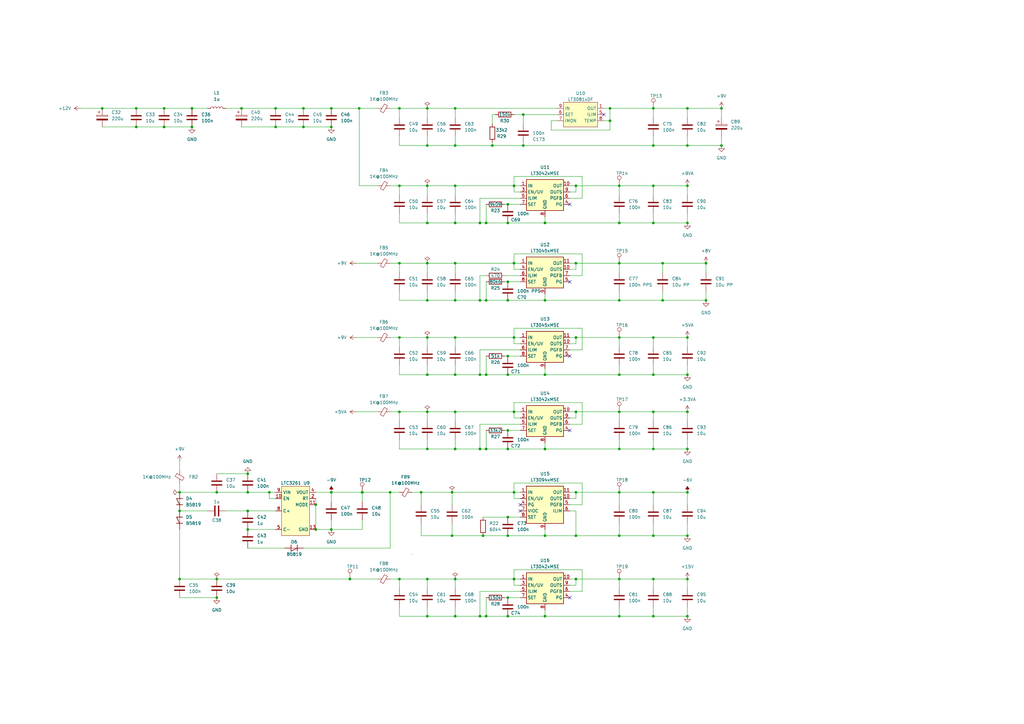
<source format=kicad_sch>
(kicad_sch (version 20211123) (generator eeschema)
  (paper "A3")
  (title_block (title "Kirdy") (date "2022-07-03") (rev "r0.1") (company "M-Labs") (comment 1 "Alex Wong Tat Hang"))
  (junction (at 175.26 237.49))
  (junction (at 223.52 184.15))
  (junction (at 236.22 76.2))
  (junction (at 210.82 201.93))
  (junction (at 78.74 44.45))
  (junction (at 210.82 76.2))
  (junction (at 236.22 168.91))
  (junction (at 185.42 219.71))
  (junction (at 101.6 217.17))
  (junction (at 254 184.15))
  (junction (at 208.28 245.11))
  (junction (at 185.42 201.93))
  (junction (at 208.28 176.53))
  (junction (at 135.89 217.17))
  (junction (at 147.32 44.45))
  (junction (at 210.82 138.43))
  (junction (at 254 91.44))
  (junction (at 143.51 237.49))
  (junction (at 148.556 201.93))
  (junction (at 250.19 49.53))
  (junction (at 208.28 252.73))
  (junction (at 196.85 184.15))
  (junction (at 88.9 237.49))
  (junction (at 199.39 252.73))
  (junction (at 186.69 138.43))
  (junction (at 208.28 184.15))
  (junction (at 78.74 52.07))
  (junction (at 267.97 44.45))
  (junction (at 267.97 76.2))
  (junction (at 199.39 153.67))
  (junction (at 254 237.49))
  (junction (at 163.83 76.2))
  (junction (at 289.56 107.95))
  (junction (at 210.82 107.95))
  (junction (at 99.06 44.45))
  (junction (at 67.31 52.07))
  (junction (at 175.26 59.69))
  (junction (at 267.97 201.93))
  (junction (at 113.03 52.07))
  (junction (at 175.26 153.67))
  (junction (at 175.26 91.44))
  (junction (at 41.91 44.45))
  (junction (at 281.94 138.43))
  (junction (at 267.97 138.43))
  (junction (at 175.26 107.95))
  (junction (at 196.85 91.44))
  (junction (at 199.39 123.19))
  (junction (at 267.97 252.73))
  (junction (at 281.94 237.49))
  (junction (at 186.69 252.73))
  (junction (at 208.28 123.19))
  (junction (at 254 219.71))
  (junction (at 148.59 201.93))
  (junction (at 223.52 153.67))
  (junction (at 223.52 91.44))
  (junction (at 250.19 44.45))
  (junction (at 101.6 209.55))
  (junction (at 281.94 76.2))
  (junction (at 281.94 201.93))
  (junction (at 281.94 168.91))
  (junction (at 186.69 107.95))
  (junction (at 289.56 123.19))
  (junction (at 295.91 44.45))
  (junction (at 186.69 237.49))
  (junction (at 186.69 184.15))
  (junction (at 163.83 168.91))
  (junction (at 236.22 219.71))
  (junction (at 214.63 59.69))
  (junction (at 254 168.91))
  (junction (at 281.94 252.73))
  (junction (at 223.52 123.19))
  (junction (at 186.69 76.2))
  (junction (at 198.12 219.71))
  (junction (at 281.94 184.15))
  (junction (at 281.94 44.45))
  (junction (at 135.89 201.93))
  (junction (at 186.69 91.44))
  (junction (at 267.97 168.91))
  (junction (at 175.26 168.91))
  (junction (at 281.94 219.71))
  (junction (at 160.02 201.93))
  (junction (at 186.69 59.69))
  (junction (at 208.28 83.82))
  (junction (at 135.89 52.07))
  (junction (at 236.22 201.93))
  (junction (at 113.03 44.45))
  (junction (at 254 153.67))
  (junction (at 254 138.43))
  (junction (at 210.82 168.91))
  (junction (at 281.94 91.44))
  (junction (at 267.97 59.69))
  (junction (at 267.97 184.15))
  (junction (at 271.78 123.19))
  (junction (at 254 76.2))
  (junction (at 101.6 201.93))
  (junction (at 163.83 138.43))
  (junction (at 186.69 123.19))
  (junction (at 175.26 252.73))
  (junction (at 135.89 44.45))
  (junction (at 196.85 123.19))
  (junction (at 208.28 91.44))
  (junction (at 172.72 201.93))
  (junction (at 208.28 153.67))
  (junction (at 73.66 209.55))
  (junction (at 201.93 59.69))
  (junction (at 267.97 237.49))
  (junction (at 208.28 212.09))
  (junction (at 196.85 252.73))
  (junction (at 124.46 52.07))
  (junction (at 175.26 184.15))
  (junction (at 163.83 107.95))
  (junction (at 186.69 153.67))
  (junction (at 88.9 201.93))
  (junction (at 254 201.93))
  (junction (at 110.49 201.93))
  (junction (at 208.28 115.57))
  (junction (at 236.22 107.95))
  (junction (at 267.97 219.71))
  (junction (at 208.28 146.05))
  (junction (at 223.52 252.73))
  (junction (at 73.66 201.93))
  (junction (at 175.26 123.19))
  (junction (at 295.91 59.69))
  (junction (at 281.94 59.69))
  (junction (at 55.88 52.07))
  (junction (at 236.22 237.49))
  (junction (at 281.94 153.67))
  (junction (at 223.52 219.71))
  (junction (at 208.28 219.71))
  (junction (at 214.63 46.99))
  (junction (at 271.78 107.95))
  (junction (at 175.26 76.2))
  (junction (at 175.26 138.43))
  (junction (at 163.83 44.45))
  (junction (at 199.39 184.15))
  (junction (at 101.6 194.31))
  (junction (at 88.9 245.11))
  (junction (at 267.97 91.44))
  (junction (at 254 123.19))
  (junction (at 175.26 44.45))
  (junction (at 210.82 237.49))
  (junction (at 254 252.73))
  (junction (at 73.66 237.49))
  (junction (at 163.83 237.49))
  (junction (at 186.69 168.91))
  (junction (at 129.54 207.01))
  (junction (at 67.31 44.45))
  (junction (at 267.97 153.67))
  (junction (at 124.46 44.45))
  (junction (at 55.88 44.45))
  (junction (at 186.69 44.45))
  (junction (at 254 107.95))
  (junction (at 129.54 217.17))
  (junction (at 236.22 138.43))
  (junction (at 199.39 91.44))
  (junction (at 196.85 153.67))
  (no_connect (at 233.68 115.57))
  (no_connect (at 233.68 176.53))
  (no_connect (at 233.68 245.11))
  (no_connect (at 247.65 46.99))
  (no_connect (at 213.36 209.55))
  (no_connect (at 213.36 207.01))
  (no_connect (at 233.68 83.82))
  (no_connect (at 233.68 146.05))
  (wire (pts (xy 88.9 201.93) (xy 101.6 201.93)))
  (wire (pts (xy 207.01 176.53) (xy 208.28 176.53)))
  (wire (pts (xy 267.97 214.63) (xy 267.97 219.71)))
  (wire (pts (xy 267.97 153.67) (xy 267.97 149.86)))
  (wire (pts (xy 196.85 81.28) (xy 196.85 91.44)))
  (wire (pts (xy 175.26 241.3) (xy 175.26 237.49)))
  (wire (pts (xy 160.02 237.49) (xy 163.83 237.49)))
  (wire (pts (xy 254 237.49) (xy 254 241.3)))
  (wire (pts (xy 233.68 140.97) (xy 236.22 140.97)))
  (wire (pts (xy 148.59 201.93) (xy 148.59 205.74)))
  (wire (pts (xy 281.94 252.73) (xy 281.94 248.92)))
  (wire (pts (xy 254 107.95) (xy 254 111.76)))
  (wire (pts (xy 135.89 213.36) (xy 135.89 217.17)))
  (wire (pts (xy 163.83 252.73) (xy 163.83 248.92)))
  (wire (pts (xy 208.28 176.53) (xy 213.36 176.53)))
  (wire (pts (xy 124.46 44.45) (xy 135.89 44.45)))
  (wire (pts (xy 135.89 217.17) (xy 129.54 217.17)))
  (wire (pts (xy 201.93 58.42) (xy 201.93 59.69)))
  (wire (pts (xy 196.85 91.44) (xy 199.39 91.44)))
  (wire (pts (xy 271.78 107.95) (xy 271.78 111.76)))
  (wire (pts (xy 267.97 252.73) (xy 281.94 252.73)))
  (wire (pts (xy 160.02 107.95) (xy 163.83 107.95)))
  (wire (pts (xy 186.69 172.72) (xy 186.69 168.91)))
  (wire (pts (xy 196.85 113.03) (xy 199.39 113.03)))
  (wire (pts (xy 236.22 219.71) (xy 223.52 219.71)))
  (wire (pts (xy 175.26 123.19) (xy 186.69 123.19)))
  (wire (pts (xy 175.26 252.73) (xy 175.26 248.92)))
  (wire (pts (xy 186.69 123.19) (xy 196.85 123.19)))
  (wire (pts (xy 185.42 219.71) (xy 198.12 219.71)))
  (wire (pts (xy 201.93 50.8) (xy 201.93 46.99)))
  (wire (pts (xy 267.97 153.67) (xy 281.94 153.67)))
  (wire (pts (xy 207.01 115.57) (xy 208.28 115.57)))
  (wire (pts (xy 175.26 123.19) (xy 175.26 119.38)))
  (wire (pts (xy 210.82 76.2) (xy 213.36 76.2)))
  (wire (pts (xy 163.83 59.69) (xy 175.26 59.69)))
  (wire (pts (xy 210.82 237.49) (xy 213.36 237.49)))
  (wire (pts (xy 254 219.71) (xy 254 214.63)))
  (wire (pts (xy 199.39 184.15) (xy 208.28 184.15)))
  (wire (pts (xy 129.54 201.93) (xy 135.89 201.93)))
  (wire (pts (xy 175.26 142.24) (xy 175.26 138.43)))
  (wire (pts (xy 199.39 252.73) (xy 208.28 252.73)))
  (wire (pts (xy 186.69 80.01) (xy 186.69 76.2)))
  (wire (pts (xy 199.39 245.11) (xy 199.39 252.73)))
  (wire (pts (xy 172.72 214.63) (xy 172.72 219.71)))
  (wire (pts (xy 92.71 209.55) (xy 101.6 209.55)))
  (wire (pts (xy 208.28 184.15) (xy 223.52 184.15)))
  (wire (pts (xy 175.26 184.15) (xy 186.69 184.15)))
  (wire (pts (xy 208.28 91.44) (xy 223.52 91.44)))
  (wire (pts (xy 213.36 204.47) (xy 210.82 204.47)))
  (wire (pts (xy 135.89 44.45) (xy 147.32 44.45)))
  (wire (pts (xy 254 219.71) (xy 267.97 219.71)))
  (wire (pts (xy 208.28 115.57) (xy 213.36 115.57)))
  (wire (pts (xy 163.83 252.73) (xy 175.26 252.73)))
  (wire (pts (xy 185.42 201.93) (xy 210.82 201.93)))
  (wire (pts (xy 186.69 168.91) (xy 210.82 168.91)))
  (wire (pts (xy 199.39 115.57) (xy 199.39 123.19)))
  (wire (pts (xy 175.26 76.2) (xy 186.69 76.2)))
  (wire (pts (xy 186.69 91.44) (xy 186.69 87.63)))
  (wire (pts (xy 199.39 146.05) (xy 199.39 153.67)))
  (wire (pts (xy 254 153.67) (xy 254 149.86)))
  (wire (pts (xy 238.76 134.62) (xy 210.82 134.62)))
  (wire (pts (xy 199.39 153.67) (xy 208.28 153.67)))
  (wire (pts (xy 172.72 219.71) (xy 185.42 219.71)))
  (wire (pts (xy 223.52 91.44) (xy 254 91.44)))
  (wire (pts (xy 236.22 240.03) (xy 236.22 237.49)))
  (wire (pts (xy 101.6 224.79) (xy 116.84 224.79)))
  (wire (pts (xy 198.12 219.71) (xy 208.28 219.71)))
  (wire (pts (xy 254 184.15) (xy 254 180.34)))
  (wire (pts (xy 210.82 140.97) (xy 210.82 138.43)))
  (wire (pts (xy 55.88 52.07) (xy 67.31 52.07)))
  (wire (pts (xy 196.85 81.28) (xy 213.36 81.28)))
  (wire (pts (xy 148.556 201.93) (xy 148.59 201.93)))
  (wire (pts (xy 281.94 59.69) (xy 267.97 59.69)))
  (wire (pts (xy 226.06 49.53) (xy 228.6 49.53)))
  (wire (pts (xy 213.36 110.49) (xy 210.82 110.49)))
  (wire (pts (xy 254 107.95) (xy 271.78 107.95)))
  (wire (pts (xy 267.97 91.44) (xy 267.97 87.63)))
  (wire (pts (xy 223.52 250.19) (xy 223.52 252.73)))
  (wire (pts (xy 254 123.19) (xy 254 119.38)))
  (wire (pts (xy 254 201.93) (xy 267.97 201.93)))
  (wire (pts (xy 186.69 44.45) (xy 228.6 44.45)))
  (wire (pts (xy 196.85 173.99) (xy 213.36 173.99)))
  (wire (pts (xy 175.26 184.15) (xy 175.26 180.34)))
  (wire (pts (xy 233.68 113.03) (xy 238.76 113.03)))
  (wire (pts (xy 210.82 107.95) (xy 213.36 107.95)))
  (wire (pts (xy 186.69 241.3) (xy 186.69 237.49)))
  (wire (pts (xy 254 237.49) (xy 267.97 237.49)))
  (wire (pts (xy 146.05 168.91) (xy 154.94 168.91)))
  (wire (pts (xy 236.22 237.49) (xy 254 237.49)))
  (wire (pts (xy 210.82 201.93) (xy 213.36 201.93)))
  (wire (pts (xy 250.19 44.45) (xy 250.19 49.53)))
  (wire (pts (xy 207.01 245.11) (xy 208.28 245.11)))
  (wire (pts (xy 210.82 78.74) (xy 210.82 76.2)))
  (wire (pts (xy 196.85 252.73) (xy 199.39 252.73)))
  (wire (pts (xy 186.69 153.67) (xy 196.85 153.67)))
  (wire (pts (xy 236.22 219.71) (xy 254 219.71)))
  (wire (pts (xy 210.82 138.43) (xy 213.36 138.43)))
  (wire (pts (xy 73.66 198.12) (xy 73.66 201.93)))
  (wire (pts (xy 238.76 173.99) (xy 238.76 165.1)))
  (wire (pts (xy 175.26 172.72) (xy 175.26 168.91)))
  (wire (pts (xy 113.03 52.07) (xy 124.46 52.07)))
  (wire (pts (xy 73.66 237.49) (xy 73.66 217.17)))
  (wire (pts (xy 238.76 165.1) (xy 210.82 165.1)))
  (wire (pts (xy 208.28 123.19) (xy 223.52 123.19)))
  (wire (pts (xy 113.03 44.45) (xy 124.46 44.45)))
  (wire (pts (xy 281.94 76.2) (xy 281.94 80.01)))
  (wire (pts (xy 163.83 172.72) (xy 163.83 168.91)))
  (wire (pts (xy 281.94 184.15) (xy 281.94 180.34)))
  (wire (pts (xy 201.93 46.99) (xy 203.2 46.99)))
  (wire (pts (xy 238.76 104.14) (xy 210.82 104.14)))
  (wire (pts (xy 210.82 240.03) (xy 210.82 237.49)))
  (wire (pts (xy 281.94 168.91) (xy 281.94 172.72)))
  (wire (pts (xy 163.83 107.95) (xy 175.26 107.95)))
  (wire (pts (xy 233.68 143.51) (xy 238.76 143.51)))
  (wire (pts (xy 267.97 48.26) (xy 267.97 44.45)))
  (wire (pts (xy 196.85 113.03) (xy 196.85 123.19)))
  (wire (pts (xy 236.22 201.93) (xy 254 201.93)))
  (wire (pts (xy 73.66 237.49) (xy 88.9 237.49)))
  (wire (pts (xy 175.26 168.91) (xy 186.69 168.91)))
  (wire (pts (xy 233.68 240.03) (xy 236.22 240.03)))
  (wire (pts (xy 201.93 59.69) (xy 214.63 59.69)))
  (wire (pts (xy 175.26 44.45) (xy 186.69 44.45)))
  (wire (pts (xy 160.02 44.45) (xy 163.83 44.45)))
  (wire (pts (xy 124.46 52.07) (xy 135.89 52.07)))
  (wire (pts (xy 236.22 138.43) (xy 254 138.43)))
  (wire (pts (xy 110.49 201.93) (xy 113.03 201.93)))
  (wire (pts (xy 233.68 173.99) (xy 238.76 173.99)))
  (wire (pts (xy 210.82 134.62) (xy 210.82 138.43)))
  (wire (pts (xy 267.97 76.2) (xy 267.97 80.01)))
  (wire (pts (xy 267.97 138.43) (xy 281.94 138.43)))
  (wire (pts (xy 267.97 44.45) (xy 281.94 44.45)))
  (wire (pts (xy 254 91.44) (xy 267.97 91.44)))
  (wire (pts (xy 271.78 123.19) (xy 271.78 119.38)))
  (wire (pts (xy 214.63 46.99) (xy 228.6 46.99)))
  (wire (pts (xy 238.76 113.03) (xy 238.76 104.14)))
  (wire (pts (xy 223.52 151.13) (xy 223.52 153.67)))
  (wire (pts (xy 233.68 138.43) (xy 236.22 138.43)))
  (wire (pts (xy 163.83 59.69) (xy 163.83 55.88)))
  (wire (pts (xy 233.68 81.28) (xy 238.76 81.28)))
  (wire (pts (xy 196.85 153.67) (xy 199.39 153.67)))
  (wire (pts (xy 163.83 123.19) (xy 175.26 123.19)))
  (wire (pts (xy 223.52 181.61) (xy 223.52 184.15)))
  (wire (pts (xy 113.03 204.47) (xy 110.49 204.47)))
  (wire (pts (xy 73.66 245.11) (xy 88.9 245.11)))
  (wire (pts (xy 186.69 59.69) (xy 201.93 59.69)))
  (wire (pts (xy 88.9 237.49) (xy 143.51 237.49)))
  (wire (pts (xy 186.69 153.67) (xy 186.69 149.86)))
  (wire (pts (xy 186.69 123.19) (xy 186.69 119.38)))
  (wire (pts (xy 233.68 76.2) (xy 236.22 76.2)))
  (wire (pts (xy 185.42 214.63) (xy 185.42 219.71)))
  (wire (pts (xy 208.28 252.73) (xy 223.52 252.73)))
  (wire (pts (xy 175.26 252.73) (xy 186.69 252.73)))
  (wire (pts (xy 168.91 201.93) (xy 172.72 201.93)))
  (wire (pts (xy 186.69 48.26) (xy 186.69 44.45)))
  (wire (pts (xy 135.89 201.93) (xy 148.556 201.93)))
  (wire (pts (xy 281.94 44.45) (xy 295.91 44.45)))
  (wire (pts (xy 199.39 176.53) (xy 199.39 184.15)))
  (wire (pts (xy 254 168.91) (xy 254 172.72)))
  (wire (pts (xy 254 201.93) (xy 254 207.01)))
  (wire (pts (xy 185.42 201.93) (xy 185.42 207.01)))
  (wire (pts (xy 135.89 201.93) (xy 135.89 205.74)))
  (wire (pts (xy 213.36 78.74) (xy 210.82 78.74)))
  (wire (pts (xy 281.94 48.26) (xy 281.94 44.45)))
  (wire (pts (xy 163.83 237.49) (xy 175.26 237.49)))
  (wire (pts (xy 196.85 143.51) (xy 213.36 143.51)))
  (wire (pts (xy 186.69 252.73) (xy 186.69 248.92)))
  (wire (pts (xy 175.26 153.67) (xy 175.26 149.86)))
  (wire (pts (xy 233.68 168.91) (xy 236.22 168.91)))
  (wire (pts (xy 226.06 49.53) (xy 226.06 53.34)))
  (wire (pts (xy 186.69 138.43) (xy 210.82 138.43)))
  (wire (pts (xy 250.19 49.53) (xy 247.65 49.53)))
  (wire (pts (xy 254 123.19) (xy 271.78 123.19)))
  (wire (pts (xy 233.68 171.45) (xy 236.22 171.45)))
  (wire (pts (xy 254 91.44) (xy 254 87.63)))
  (wire (pts (xy 238.76 81.28) (xy 238.76 72.39)))
  (wire (pts (xy 214.63 46.99) (xy 214.63 50.8)))
  (wire (pts (xy 213.36 240.03) (xy 210.82 240.03)))
  (wire (pts (xy 236.22 209.55) (xy 236.22 219.71)))
  (wire (pts (xy 163.83 80.01) (xy 163.83 76.2)))
  (wire (pts (xy 223.52 123.19) (xy 254 123.19)))
  (wire (pts (xy 254 153.67) (xy 267.97 153.67)))
  (wire (pts (xy 101.6 217.17) (xy 113.03 217.17)))
  (wire (pts (xy 163.83 241.3) (xy 163.83 237.49)))
  (wire (pts (xy 233.68 242.57) (xy 238.76 242.57)))
  (wire (pts (xy 236.22 168.91) (xy 254 168.91)))
  (wire (pts (xy 223.52 219.71) (xy 223.52 217.17)))
  (wire (pts (xy 160.02 224.79) (xy 160.02 201.93)))
  (wire (pts (xy 163.83 48.26) (xy 163.83 44.45)))
  (wire (pts (xy 250.19 53.34) (xy 250.19 49.53)))
  (wire (pts (xy 78.74 44.45) (xy 85.09 44.45)))
  (wire (pts (xy 214.63 58.42) (xy 214.63 59.69)))
  (wire (pts (xy 267.97 201.93) (xy 281.94 201.93)))
  (wire (pts (xy 148.59 217.17) (xy 135.89 217.17)))
  (wire (pts (xy 92.71 44.45) (xy 99.06 44.45)))
  (wire (pts (xy 295.91 44.45) (xy 295.91 48.26)))
  (wire (pts (xy 175.26 48.26) (xy 175.26 44.45)))
  (wire (pts (xy 163.83 153.67) (xy 175.26 153.67)))
  (wire (pts (xy 175.26 153.67) (xy 186.69 153.67)))
  (wire (pts (xy 160.02 201.93) (xy 163.83 201.93)))
  (wire (pts (xy 267.97 237.49) (xy 281.94 237.49)))
  (wire (pts (xy 175.26 111.76) (xy 175.26 107.95)))
  (wire (pts (xy 110.49 204.47) (xy 110.49 201.93)))
  (wire (pts (xy 175.26 59.69) (xy 175.26 55.88)))
  (wire (pts (xy 210.82 168.91) (xy 213.36 168.91)))
  (wire (pts (xy 267.97 201.93) (xy 267.97 207.01)))
  (wire (pts (xy 198.12 212.09) (xy 208.28 212.09)))
  (wire (pts (xy 254 252.73) (xy 254 248.92)))
  (wire (pts (xy 233.68 78.74) (xy 236.22 78.74)))
  (wire (pts (xy 172.72 201.93) (xy 172.72 207.01)))
  (wire (pts (xy 210.82 110.49) (xy 210.82 107.95)))
  (wire (pts (xy 33.02 44.45) (xy 41.91 44.45)))
  (wire (pts (xy 238.76 72.39) (xy 210.82 72.39)))
  (wire (pts (xy 199.39 123.19) (xy 208.28 123.19)))
  (wire (pts (xy 254 252.73) (xy 267.97 252.73)))
  (wire (pts (xy 236.22 107.95) (xy 254 107.95)))
  (wire (pts (xy 236.22 140.97) (xy 236.22 138.43)))
  (wire (pts (xy 129.54 207.01) (xy 129.54 217.17)))
  (wire (pts (xy 267.97 252.73) (xy 267.97 248.92)))
  (wire (pts (xy 233.68 110.49) (xy 236.22 110.49)))
  (wire (pts (xy 41.91 44.45) (xy 55.88 44.45)))
  (wire (pts (xy 186.69 59.69) (xy 186.69 55.88)))
  (wire (pts (xy 163.83 76.2) (xy 175.26 76.2)))
  (wire (pts (xy 154.94 76.2) (xy 147.32 76.2)))
  (wire (pts (xy 267.97 55.88) (xy 267.97 59.69)))
  (wire (pts (xy 163.83 153.67) (xy 163.83 149.86)))
  (wire (pts (xy 271.78 123.19) (xy 289.56 123.19)))
  (wire (pts (xy 175.26 107.95) (xy 186.69 107.95)))
  (wire (pts (xy 196.85 242.57) (xy 196.85 252.73)))
  (wire (pts (xy 267.97 91.44) (xy 281.94 91.44)))
  (wire (pts (xy 73.66 209.55) (xy 85.09 209.55)))
  (wire (pts (xy 186.69 237.49) (xy 210.82 237.49)))
  (wire (pts (xy 101.6 201.93) (xy 110.49 201.93)))
  (wire (pts (xy 99.06 44.45) (xy 113.03 44.45)))
  (wire (pts (xy 186.69 184.15) (xy 186.69 180.34)))
  (wire (pts (xy 236.22 110.49) (xy 236.22 107.95)))
  (wire (pts (xy 73.66 189.23) (xy 73.66 193.04)))
  (wire (pts (xy 210.82 46.99) (xy 214.63 46.99)))
  (wire (pts (xy 147.32 44.45) (xy 147.32 76.2)))
  (wire (pts (xy 146.05 107.95) (xy 154.94 107.95)))
  (wire (pts (xy 175.26 91.44) (xy 186.69 91.44)))
  (wire (pts (xy 233.68 107.95) (xy 236.22 107.95)))
  (wire (pts (xy 210.82 72.39) (xy 210.82 76.2)))
  (wire (pts (xy 254 76.2) (xy 267.97 76.2)))
  (wire (pts (xy 233.68 237.49) (xy 236.22 237.49)))
  (wire (pts (xy 196.85 123.19) (xy 199.39 123.19)))
  (wire (pts (xy 238.76 198.12) (xy 210.82 198.12)))
  (wire (pts (xy 247.65 44.45) (xy 250.19 44.45)))
  (wire (pts (xy 146.05 138.43) (xy 154.94 138.43)))
  (wire (pts (xy 196.85 143.51) (xy 196.85 153.67)))
  (wire (pts (xy 281.94 91.44) (xy 281.94 87.63)))
  (wire (pts (xy 41.91 52.07) (xy 55.88 52.07)))
  (wire (pts (xy 196.85 173.99) (xy 196.85 184.15)))
  (wire (pts (xy 281.94 138.43) (xy 281.94 142.24)))
  (wire (pts (xy 281.94 153.67) (xy 281.94 149.86)))
  (wire (pts (xy 233.68 204.47) (xy 236.22 204.47)))
  (wire (pts (xy 143.51 237.49) (xy 154.94 237.49)))
  (wire (pts (xy 199.39 91.44) (xy 208.28 91.44)))
  (wire (pts (xy 238.76 207.01) (xy 238.76 198.12)))
  (wire (pts (xy 163.83 168.91) (xy 175.26 168.91)))
  (wire (pts (xy 236.22 78.74) (xy 236.22 76.2)))
  (wire (pts (xy 207.01 146.05) (xy 208.28 146.05)))
  (wire (pts (xy 196.85 184.15) (xy 199.39 184.15)))
  (wire (pts (xy 226.06 53.34) (xy 250.19 53.34)))
  (wire (pts (xy 196.85 242.57) (xy 213.36 242.57)))
  (wire (pts (xy 208.28 153.67) (xy 223.52 153.67)))
  (wire (pts (xy 210.82 171.45) (xy 210.82 168.91)))
  (wire (pts (xy 186.69 76.2) (xy 210.82 76.2)))
  (wire (pts (xy 210.82 198.12) (xy 210.82 201.93)))
  (wire (pts (xy 214.63 59.69) (xy 267.97 59.69)))
  (wire (pts (xy 147.32 44.45) (xy 154.94 44.45)))
  (wire (pts (xy 213.36 140.97) (xy 210.82 140.97)))
  (wire (pts (xy 238.76 242.57) (xy 238.76 233.68)))
  (wire (pts (xy 88.9 194.31) (xy 101.6 194.31)))
  (wire (pts (xy 289.56 123.19) (xy 289.56 119.38)))
  (wire (pts (xy 267.97 168.91) (xy 267.97 172.72)))
  (wire (pts (xy 267.97 76.2) (xy 281.94 76.2)))
  (wire (pts (xy 186.69 142.24) (xy 186.69 138.43)))
  (wire (pts (xy 295.91 55.88) (xy 295.91 59.69)))
  (wire (pts (xy 67.31 52.07) (xy 78.74 52.07)))
  (wire (pts (xy 210.82 204.47) (xy 210.82 201.93)))
  (wire (pts (xy 238.76 233.68) (xy 210.82 233.68)))
  (wire (pts (xy 254 138.43) (xy 267.97 138.43)))
  (wire (pts (xy 223.52 120.65) (xy 223.52 123.19)))
  (wire (pts (xy 267.97 219.71) (xy 281.94 219.71)))
  (wire (pts (xy 208.28 245.11) (xy 213.36 245.11)))
  (wire (pts (xy 223.52 88.9) (xy 223.52 91.44)))
  (wire (pts (xy 267.97 237.49) (xy 267.97 241.3)))
  (wire (pts (xy 254 184.15) (xy 267.97 184.15)))
  (wire (pts (xy 236.22 171.45) (xy 236.22 168.91)))
  (wire (pts (xy 210.82 233.68) (xy 210.82 237.49)))
  (wire (pts (xy 163.83 111.76) (xy 163.83 107.95)))
  (wire (pts (xy 55.88 44.45) (xy 67.31 44.45)))
  (wire (pts (xy 199.39 83.82) (xy 199.39 91.44)))
  (wire (pts (xy 160.02 168.91) (xy 163.83 168.91)))
  (wire (pts (xy 124.46 224.79) (xy 160.02 224.79)))
  (wire (pts (xy 254 138.43) (xy 254 142.24)))
  (wire (pts (xy 208.28 212.09) (xy 213.36 212.09)))
  (wire (pts (xy 210.82 165.1) (xy 210.82 168.91)))
  (wire (pts (xy 271.78 107.95) (xy 289.56 107.95)))
  (wire (pts (xy 160.02 76.2) (xy 163.83 76.2)))
  (wire (pts (xy 163.83 123.19) (xy 163.83 119.38)))
  (wire (pts (xy 67.31 44.45) (xy 78.74 44.45)))
  (wire (pts (xy 175.26 59.69) (xy 186.69 59.69)))
  (wire (pts (xy 163.83 184.15) (xy 175.26 184.15)))
  (wire (pts (xy 208.28 146.05) (xy 213.36 146.05)))
  (wire (pts (xy 175.26 237.49) (xy 186.69 237.49)))
  (wire (pts (xy 254 168.91) (xy 267.97 168.91)))
  (wire (pts (xy 186.69 111.76) (xy 186.69 107.95)))
  (wire (pts (xy 160.02 201.93) (xy 148.59 201.93)))
  (wire (pts (xy 172.72 201.93) (xy 185.42 201.93)))
  (wire (pts (xy 175.26 91.44) (xy 175.26 87.63)))
  (wire (pts (xy 281.94 201.93) (xy 281.94 207.01)))
  (wire (pts (xy 99.06 52.07) (xy 113.03 52.07)))
  (wire (pts (xy 101.6 209.55) (xy 113.03 209.55)))
  (wire (pts (xy 223.52 153.67) (xy 254 153.67)))
  (wire (pts (xy 238.76 143.51) (xy 238.76 134.62)))
  (wire (pts (xy 73.66 201.93) (xy 88.9 201.93)))
  (wire (pts (xy 175.26 138.43) (xy 186.69 138.43)))
  (wire (pts (xy 186.69 107.95) (xy 210.82 107.95)))
  (wire (pts (xy 267.97 168.91) (xy 281.94 168.91)))
  (wire (pts (xy 233.68 207.01) (xy 238.76 207.01)))
  (wire (pts (xy 163.83 91.44) (xy 175.26 91.44)))
  (wire (pts (xy 236.22 76.2) (xy 254 76.2)))
  (wire (pts (xy 236.22 204.47) (xy 236.22 201.93)))
  (wire (pts (xy 250.19 44.45) (xy 267.97 44.45)))
  (wire (pts (xy 160.02 138.43) (xy 163.83 138.43)))
  (wire (pts (xy 208.28 219.71) (xy 223.52 219.71)))
  (wire (pts (xy 236.22 209.55) (xy 233.68 209.55)))
  (wire (pts (xy 186.69 184.15) (xy 196.85 184.15)))
  (wire (pts (xy 267.97 184.15) (xy 267.97 180.34)))
  (wire (pts (xy 207.01 83.82) (xy 208.28 83.82)))
  (wire (pts (xy 267.97 138.43) (xy 267.97 142.24)))
  (wire (pts (xy 213.36 171.45) (xy 210.82 171.45)))
  (wire (pts (xy 233.68 201.93) (xy 236.22 201.93)))
  (wire (pts (xy 254 76.2) (xy 254 80.01)))
  (wire (pts (xy 163.83 44.45) (xy 175.26 44.45)))
  (wire (pts (xy 223.52 184.15) (xy 254 184.15)))
  (wire (pts (xy 163.83 138.43) (xy 175.26 138.43)))
  (wire (pts (xy 208.28 83.82) (xy 213.36 83.82)))
  (wire (pts (xy 186.69 91.44) (xy 196.85 91.44)))
  (wire (pts (xy 163.83 91.44) (xy 163.83 87.63)))
  (wire (pts (xy 289.56 107.95) (xy 289.56 111.76)))
  (wire (pts (xy 281.94 237.49) (xy 281.94 241.3)))
  (wire (pts (xy 148.59 213.36) (xy 148.59 217.17)))
  (wire (pts (xy 281.94 55.88) (xy 281.94 59.69)))
  (wire (pts (xy 129.54 204.47) (xy 129.54 207.01)))
  (wire (pts (xy 281.94 59.69) (xy 295.91 59.69)))
  (wire (pts (xy 223.52 252.73) (xy 254 252.73)))
  (wire (pts (xy 186.69 252.73) (xy 196.85 252.73)))
  (wire (pts (xy 267.97 184.15) (xy 281.94 184.15)))
  (wire (pts (xy 210.82 104.14) (xy 210.82 107.95)))
  (wire (pts (xy 281.94 214.63) (xy 281.94 219.71)))
  (wire (pts (xy 175.26 80.01) (xy 175.26 76.2)))
  (wire (pts (xy 163.83 184.15) (xy 163.83 180.34)))
  (wire (pts (xy 207.01 113.03) (xy 213.36 113.03)))
  (wire (pts (xy 163.83 142.24) (xy 163.83 138.43)))
  (symbol (lib_id "Device:R") (at 198.12 215.9 0) (unit 1)
    (property "Reference" "R22" (at 200.66 214.6299 0) (effects (justify left)))
    (property "Value" "60k4" (at 200.66 217.1699 0) (effects (justify left)))
    (property "Footprint" "Resistor_SMD:R_0603_1608Metric" (effects hide))
    (property "MFR_PN" "RT0603FRE0760K4L" (effects hide))
    (property "MFR_PN_ALT" "RC0603FR-0760K4L" (effects hide))
  )
  (symbol (lib_id "Device:C") (at 254 83.82 0) (unit 1)
    (property "Reference" "C76" (at 257.81 82.5499 0) (effects (justify left)))
    (property "Value" "100n" (at 257.81 85.0899 0) (effects (justify left)))
    (property "Footprint" "Capacitor_SMD:C_0603_1608Metric" (effects hide))
    (property "MFR_PN" "CL10B104KB8NNWC" (effects hide))
    (property "MFR_PN_ALT" "CL10B104KB8NNNL" (effects hide))
  )
  (symbol (lib_id "power:+5VA") (at 281.94 138.43 0) (unit 1)
    (property "Reference" "#PWR074" (effects hide))
    (property "Value" "+5VA" (at 281.94 133.35 0))
  )
  (symbol (lib_id "Device:C") (at 101.6 213.36 0) (unit 1)
    (property "Reference" "C42" (at 105.41 212.0899 0) (effects (justify left)))
    (property "Value" "1u" (at 105.41 214.6299 0) (effects (justify left)))
    (property "Footprint" "Capacitor_SMD:C_0603_1608Metric" (effects hide))
    (property "MFR_PN" "CL10B105KA8NNNC" (effects hide))
    (property "MFR_PN_ALT" "CGA3E1X7R1E105K080AC" (effects hide))
  )
  (symbol (lib_id "power:PWR_FLAG") (at 175.26 76.2 0) (unit 1)
    (property "Reference" "#FLG0106" (effects hide))
    (property "Value" "PWR_FLAG" (effects hide))
  )
  (symbol (lib_id "Device:C") (at 148.59 209.55 0) (unit 1)
    (property "Reference" "C48" (at 152.4 208.2799 0) (effects (justify left)))
    (property "Value" "10u" (at 152.4 210.8199 0) (effects (justify left)))
    (property "Footprint" "Capacitor_SMD:C_0805_2012Metric" (effects hide))
    (property "MFR_PN" "CL21B106KOQNNNG" (effects hide))
    (property "MFR_PN_ALT" "CL21B106KOQNNNE" (effects hide))
  )
  (symbol (lib_id "Device:R") (at 203.2 83.82 90) (unit 1)
    (property "Reference" "R23" (at 203.2 86.36 90))
    (property "Value" "9k09" (at 203.2 83.82 90))
    (property "Footprint" "Resistor_SMD:R_0603_1608Metric" (effects hide))
    (property "MFR_PN" "CR0603-FX-9091ELF" (effects hide))
    (property "MFR_PN_ALT" "RK73H1JTTD9091F" (effects hide))
  )
  (symbol (lib_id "Device:R") (at 203.2 245.11 90) (unit 1)
    (property "Reference" "R28" (at 203.2 247.65 90))
    (property "Value" "150k" (at 203.2 245.11 90))
    (property "Footprint" "Resistor_SMD:R_0603_1608Metric" (effects hide))
    (property "MFR_PN" "CRGCQ0603F150K" (effects hide))
    (property "MFR_PN_ALT" "RMCF0603FG150K" (effects hide))
  )
  (symbol (lib_id "Device:C") (at 281.94 210.82 0) (unit 1)
    (property "Reference" "C94" (at 285.75 209.5499 0) (effects (justify left)))
    (property "Value" "10u" (at 285.75 212.0899 0) (effects (justify left)))
    (property "Footprint" "Capacitor_SMD:C_0805_2012Metric" (effects hide))
    (property "MFR_PN" "CL21B106KOQNNNG" (effects hide))
    (property "MFR_PN_ALT" "CL21B106KOQNNNE" (effects hide))
  )
  (symbol (lib_id "Device:C") (at 186.69 83.82 0) (unit 1)
    (property "Reference" "C64" (at 190.5 82.5499 0) (effects (justify left)))
    (property "Value" "100n" (at 190.5 85.0899 0) (effects (justify left)))
    (property "Footprint" "Capacitor_SMD:C_0603_1608Metric" (effects hide))
    (property "MFR_PN" "CL10B104KB8NNWC" (effects hide))
    (property "MFR_PN_ALT" "CL10B104KB8NNNL" (effects hide))
  )
  (symbol (lib_id "Device:C") (at 113.03 48.26 0) (unit 1)
    (property "Reference" "C44" (at 116.84 46.9899 0) (effects (justify left)))
    (property "Value" "10u" (at 116.84 49.5299 0) (effects (justify left)))
    (property "Footprint" "Capacitor_SMD:C_0805_2012Metric" (effects hide))
    (property "MFR_PN" "CL21B106KOQNNNG" (effects hide))
    (property "MFR_PN_ALT" "CL21B106KOQNNNE" (effects hide))
  )
  (symbol (lib_id "power:PWR_FLAG") (at 175.26 107.95 0) (unit 1)
    (property "Reference" "#FLG0108" (effects hide))
    (property "Value" "PWR_FLAG" (effects hide))
  )
  (symbol (lib_id "Device:FerriteBead_Small") (at 73.66 195.58 180) (unit 1)
    (property "Reference" "FB2" (at 77.47 195.58 0) (effects (justify right)))
    (property "Value" "1K@100MHz" (at 58.42 195.58 0) (effects (justify right)))
    (property "Footprint" "Inductor_SMD:L_1210_3225Metric" (effects hide))
    (property "MFR_PN" "FBMH3225HM102NT" (effects hide))
    (property "MFR_PN_ALT" "FBMH3225HM102NTV" (effects hide))
  )
  (symbol (lib_id "Device:C") (at 208.28 180.34 0) (unit 1)
    (property "Reference" "C72" (at 209.55 182.88 0) (effects (justify left)))
    (property "Value" "100n" (at 212.09 180.34 0) (effects (justify left)))
    (property "Footprint" "Capacitor_SMD:C_0603_1608Metric" (effects hide))
    (property "MFR_PN" "CL10B104KB8NNWC" (effects hide))
    (property "MFR_PN_ALT" "CL10B104KB8NNNL" (effects hide))
  )
  (symbol (lib_id "Device:C") (at 186.69 115.57 0) (unit 1)
    (property "Reference" "C65" (at 190.5 114.2999 0) (effects (justify left)))
    (property "Value" "100n" (at 190.5 116.8399 0) (effects (justify left)))
    (property "Footprint" "Capacitor_SMD:C_0603_1608Metric" (effects hide))
    (property "MFR_PN" "CL10B104KB8NNWC" (effects hide))
    (property "MFR_PN_ALT" "CL10B104KB8NNNL" (effects hide))
  )
  (symbol (lib_id "Device:C") (at 175.26 176.53 0) (unit 1)
    (property "Reference" "C60" (at 179.07 175.2599 0) (effects (justify left)))
    (property "Value" "10u" (at 179.07 177.7999 0) (effects (justify left)))
    (property "Footprint" "Capacitor_SMD:C_0805_2012Metric" (effects hide))
    (property "MFR_PN" "CL21B106KOQNNNG" (effects hide))
    (property "MFR_PN_ALT" "CL21B106KOQNNNE" (effects hide))
  )
  (symbol (lib_id "Device:C") (at 267.97 52.07 0) (unit 1)
    (property "Reference" "C75" (at 271.78 50.7999 0) (effects (justify left)))
    (property "Value" "100n" (at 271.78 53.3399 0) (effects (justify left)))
    (property "Footprint" "Capacitor_SMD:C_0603_1608Metric" (effects hide))
    (property "MFR_PN" "CL10B104KB8NNWC" (effects hide))
    (property "MFR_PN_ALT" "CL10B104KB8NNNL" (effects hide))
  )
  (symbol (lib_id "power:GND") (at 289.56 123.19 0) (unit 1)
    (property "Reference" "#PWR073" (effects hide))
    (property "Value" "GND" (at 289.56 128.27 0))
  )
  (symbol (lib_id "Device:C") (at 267.97 210.82 0) (unit 1)
    (property "Reference" "C87" (at 271.78 209.5499 0) (effects (justify left)))
    (property "Value" "10u" (at 271.78 212.0899 0) (effects (justify left)))
    (property "Footprint" "Capacitor_SMD:C_0805_2012Metric" (effects hide))
    (property "MFR_PN" "CL21B106KOQNNNG" (effects hide))
    (property "MFR_PN_ALT" "CL21B106KOQNNNE" (effects hide))
  )
  (symbol (lib_id "Device:C") (at 175.26 245.11 0) (unit 1)
    (property "Reference" "C61" (at 179.07 243.8399 0) (effects (justify left)))
    (property "Value" "10u" (at 179.07 246.3799 0) (effects (justify left)))
    (property "Footprint" "Capacitor_SMD:C_0805_2012Metric" (effects hide))
    (property "MFR_PN" "CL21B106KOQNNNG" (effects hide))
    (property "MFR_PN_ALT" "CL21B106KOQNNNE" (effects hide))
  )
  (symbol (lib_id "Device:C") (at 186.69 245.11 0) (unit 1)
    (property "Reference" "C68" (at 190.5 243.8399 0) (effects (justify left)))
    (property "Value" "100n" (at 190.5 246.3799 0) (effects (justify left)))
    (property "Footprint" "Capacitor_SMD:C_0603_1608Metric" (effects hide))
    (property "MFR_PN" "CL10B104KB8NNWC" (effects hide))
    (property "MFR_PN_ALT" "CL10B104KB8NNNL" (effects hide))
  )
  (symbol (lib_id "Device:R") (at 203.2 146.05 90) (unit 1)
    (property "Reference" "R26" (at 203.2 148.59 90))
    (property "Value" "51k" (at 203.2 146.05 90))
    (property "Footprint" "Resistor_SMD:R_0603_1608Metric" (effects hide))
    (property "MFR_PN" "RMCF0603FT51K0" (effects hide))
    (property "MFR_PN_ALT" "CR0603-FX-5102ELF" (effects hide))
  )
  (symbol (lib_id "Device:C") (at 175.26 52.07 0) (unit 1)
    (property "Reference" "C56" (at 179.07 50.7999 0) (effects (justify left)))
    (property "Value" "10u" (at 179.07 53.3399 0) (effects (justify left)))
    (property "Footprint" "Capacitor_SMD:C_0805_2012Metric" (effects hide))
    (property "MFR_PN" "CL21B106KOQNNNG" (effects hide))
    (property "MFR_PN_ALT" "CL21B106KOQNNNE" (effects hide))
  )
  (symbol (lib_id "Device:L") (at 88.9 44.45 90) (unit 1)
    (property "Reference" "L1" (at 88.9 38.1 90))
    (property "Value" "1u" (at 88.9 40.64 90))
    (property "Footprint" "Inductor_SMD:L_1008_2520Metric" (effects hide))
    (property "MFR_PN" "DFE252012F-1R0M=P2" (effects hide))
    (property "MFR_PN_ALT" "DFE252012P-1R0M=P2" (effects hide))
  )
  (symbol (lib_id "Device:D_Shockley") (at 73.66 213.36 90) (unit 1)
    (property "Reference" "D5" (at 76.2 212.0899 90) (effects (justify right)))
    (property "Value" "B5819" (at 76.2 214.6299 90) (effects (justify right)))
    (property "Footprint" "Diode_SMD:D_SOD-323" (effects hide))
    (property "MFR_PN" "B5819WS-TP" (effects hide))
  )
  (symbol (lib_id "Device:C_Polarized") (at 295.91 52.07 0) (unit 1)
    (property "Reference" "C89" (at 299.72 49.9109 0) (effects (justify left)))
    (property "Value" "220u" (at 299.72 52.4509 0) (effects (justify left)))
    (property "Footprint" "Capacitor_Tantalum_SMD:CP_EIA-7343-15_Kemet-W" (effects hide))
    (property "MFR_PN" "T491D227K016AT" (effects hide))
    (property "MFR_PN_ALT" "293D227X9016E2TE3" (effects hide))
  )
  (symbol (lib_id "Connector:TestPoint") (at 254 107.95 0) (unit 1)
    (property "Reference" "TP15" (at 252.73 102.87 0) (effects (justify left)))
    (property "Value" "TestPoint" (effects hide))
    (property "Footprint" "TestPoint:TestPoint_Pad_2.0x2.0mm" (effects hide))
  )
  (symbol (lib_id "power:-9V") (at 135.89 201.93 0) (unit 1)
    (property "Reference" "#PWR063" (effects hide))
    (property "Value" "-9V" (at 135.89 196.85 0))
  )
  (symbol (lib_id "Device:FerriteBead_Small") (at 157.48 107.95 90) (unit 1)
    (property "Reference" "FB5" (at 157.4419 101.6 90))
    (property "Value" "1K@100MHz" (at 157.4419 104.14 90))
    (property "Footprint" "Inductor_SMD:L_1210_3225Metric" (effects hide))
    (property "MFR_PN" "FBMH3225HM102NT" (effects hide))
    (property "MFR_PN_ALT" "FBMH3225HM102NTV" (effects hide))
  )
  (symbol (lib_id "Device:C") (at 254 210.82 0) (unit 1)
    (property "Reference" "C80" (at 257.81 209.5499 0) (effects (justify left)))
    (property "Value" "100n" (at 257.81 212.0899 0) (effects (justify left)))
    (property "Footprint" "Capacitor_SMD:C_0603_1608Metric" (effects hide))
    (property "MFR_PN" "CL10B104KB8NNWC" (effects hide))
    (property "MFR_PN_ALT" "CL10B104KB8NNNL" (effects hide))
  )
  (symbol (lib_id "power:PWR_FLAG") (at 175.26 138.43 0) (unit 1)
    (property "Reference" "#FLG0109" (effects hide))
    (property "Value" "PWR_FLAG" (effects hide))
  )
  (symbol (lib_id "power:GND") (at 281.94 91.44 0) (unit 1)
    (property "Reference" "#PWR071" (effects hide))
    (property "Value" "GND" (at 281.94 96.52 0))
  )
  (symbol (lib_id "power:+9V") (at 295.91 44.45 0) (unit 1)
    (property "Reference" "#PWR068" (effects hide))
    (property "Value" "+9V" (at 295.91 39.37 0))
  )
  (symbol (lib_id "power:PWR_FLAG") (at 185.42 201.93 0) (unit 1)
    (property "Reference" "#FLG0102" (effects hide))
    (property "Value" "PWR_FLAG" (effects hide))
  )
  (symbol (lib_id "Device:FerriteBead_Small") (at 166.37 201.93 90) (unit 1)
    (property "Reference" "FB9" (at 166.3319 195.58 90))
    (property "Value" "1K@100MHz" (at 166.3319 198.12 90))
    (property "Footprint" "Inductor_SMD:L_1210_3225Metric" (effects hide))
    (property "MFR_PN" "FBMH3225HM102NT" (effects hide))
    (property "MFR_PN_ALT" "FBMH3225HM102NTV" (effects hide))
  )
  (symbol (lib_id "Connector:TestPoint") (at 254 168.91 0) (unit 1)
    (property "Reference" "TP17" (at 252.73 163.83 0) (effects (justify left)))
    (property "Value" "TestPoint" (effects hide))
    (property "Footprint" "TestPoint:TestPoint_Pad_2.0x2.0mm" (effects hide))
  )
  (symbol (lib_id "Device:C") (at 208.28 119.38 0) (unit 1)
    (property "Reference" "C70" (at 212.09 121.92 0) (effects (justify left)))
    (property "Value" "100n PPS" (at 212.09 119.38 0) (effects (justify left)))
    (property "Footprint" "Capacitor_SMD:C_1210_3225Metric" (effects hide))
    (property "MFR_PN" "ECH-U1C104JX5" (effects hide))
  )
  (symbol (lib_id "Device:C") (at 281.94 245.11 0) (unit 1)
    (property "Reference" "C95" (at 285.75 243.8399 0) (effects (justify left)))
    (property "Value" "10u" (at 285.75 246.3799 0) (effects (justify left)))
    (property "Footprint" "Capacitor_SMD:C_0805_2012Metric" (effects hide))
    (property "MFR_PN" "CL21B106KOQNNNG" (effects hide))
    (property "MFR_PN_ALT" "CL21B106KOQNNNE" (effects hide))
  )
  (symbol (lib_id "Device:C") (at 135.89 48.26 0) (unit 1)
    (property "Reference" "C46" (at 139.7 46.9899 0) (effects (justify left)))
    (property "Value" "100n" (at 139.7 49.5299 0) (effects (justify left)))
    (property "Footprint" "Capacitor_SMD:C_0603_1608Metric" (effects hide))
    (property "MFR_PN" "CL10B104KB8NNWC" (effects hide))
    (property "MFR_PN_ALT" "CL10B104KB8NNNL" (effects hide))
  )
  (symbol (lib_id "Connector:TestPoint") (at 254 138.43 0) (unit 1)
    (property "Reference" "TP16" (at 252.73 133.35 0) (effects (justify left)))
    (property "Value" "TestPoint" (effects hide))
    (property "Footprint" "TestPoint:TestPoint_Pad_2.0x2.0mm" (effects hide))
  )
  (symbol (lib_id "Device:C") (at 254 115.57 0) (unit 1)
    (property "Reference" "C77" (at 257.81 114.2999 0) (effects (justify left)))
    (property "Value" "100n PPS" (at 257.81 116.8399 0) (effects (justify left)))
    (property "Footprint" "Capacitor_SMD:C_1210_3225Metric" (effects hide))
    (property "MFR_PN" "ECH-U1C104JX5" (effects hide))
  )
  (symbol (lib_id "Device:C") (at 88.9 198.12 0) (unit 1)
    (property "Reference" "C37" (at 92.71 196.8499 0) (effects (justify left)))
    (property "Value" "10u" (at 92.71 199.3899 0) (effects (justify left)))
    (property "Footprint" "Capacitor_SMD:C_0805_2012Metric" (effects hide))
    (property "MFR_PN" "CL21B106KOQNNNG" (effects hide))
    (property "MFR_PN_ALT" "CL21B106KOQNNNE" (effects hide))
  )
  (symbol (lib_id "Regulator_Linear:LT3042xMSE") (at 223.52 78.74 0) (unit 1)
    (property "Reference" "U11" (at 223.52 68.58 0))
    (property "Value" "LT3042xMSE" (at 223.52 71.12 0))
    (property "Footprint" "Package_SO:MSOP-10-1EP_3x3mm_P0.5mm_EP1.68x1.88mm" (effects hide))
    (property "Datasheet" "https://www.analog.com/media/en/technical-documentation/data-sheets/3042fb.pdf" (effects hide))
    (property "MFR_PN" "LT3042IMSE#PBF" (effects hide))
    (property "MFR_PN_ALT" "LT3042IMSE#TRPBF" (effects hide))
  )
  (symbol (lib_id "Device:C") (at 88.9 209.55 90) (unit 1)
    (property "Reference" "C38" (at 88.9 213.36 90))
    (property "Value" "1u" (at 88.9 205.74 90))
    (property "Footprint" "Capacitor_SMD:C_0603_1608Metric" (effects hide))
    (property "MFR_PN" "CL10B105KA8NNNC" (effects hide))
    (property "MFR_PN_ALT" "CGA3E1X7R1E105K080AC" (effects hide))
  )
  (symbol (lib_id "Device:C") (at 281.94 52.07 0) (unit 1)
    (property "Reference" "C82" (at 285.75 50.7999 0) (effects (justify left)))
    (property "Value" "10u" (at 285.75 53.3399 0) (effects (justify left)))
    (property "Footprint" "Capacitor_SMD:C_0805_2012Metric" (effects hide))
    (property "MFR_PN" "CL21B106KOQNNNG" (effects hide))
    (property "MFR_PN_ALT" "CL21B106KOQNNNE" (effects hide))
  )
  (symbol (lib_id "Device:C") (at 101.6 220.98 0) (unit 1)
    (property "Reference" "C43" (at 105.41 219.7099 0) (effects (justify left)))
    (property "Value" "1u" (at 105.41 222.2499 0) (effects (justify left)))
    (property "Footprint" "Capacitor_SMD:C_0603_1608Metric" (effects hide))
    (property "MFR_PN" "CL10B105KA8NNNC" (effects hide))
    (property "MFR_PN_ALT" "CGA3E1X7R1E105K080AC" (effects hide))
  )
  (symbol (lib_id "Device:C") (at 254 245.11 0) (unit 1)
    (property "Reference" "C81" (at 257.81 243.8399 0) (effects (justify left)))
    (property "Value" "100n" (at 257.81 246.3799 0) (effects (justify left)))
    (property "Footprint" "Capacitor_SMD:C_0603_1608Metric" (effects hide))
    (property "MFR_PN" "CL10B104KB8NNWC" (effects hide))
    (property "MFR_PN_ALT" "CL10B104KB8NNNL" (effects hide))
  )
  (symbol (lib_id "Device:C") (at 88.9 241.3 0) (unit 1)
    (property "Reference" "C39" (at 92.71 240.0299 0) (effects (justify left)))
    (property "Value" "10u" (at 92.71 242.5699 0) (effects (justify left)))
    (property "Footprint" "Capacitor_SMD:C_0805_2012Metric" (effects hide))
    (property "MFR_PN" "CL21B106KOQNNNG" (effects hide))
    (property "MFR_PN_ALT" "CL21B106KOQNNNE" (effects hide))
  )
  (symbol (lib_id "Device:C") (at 67.31 48.26 0) (unit 1)
    (property "Reference" "C34" (at 71.12 46.9899 0) (effects (justify left)))
    (property "Value" "10u" (at 71.12 49.5299 0) (effects (justify left)))
    (property "Footprint" "Capacitor_SMD:C_0805_2012Metric" (effects hide))
    (property "MFR_PN" "CL21B106KOQNNNG" (effects hide))
    (property "MFR_PN_ALT" "CL21B106KOQNNNE" (effects hide))
  )
  (symbol (lib_id "Device:C") (at 208.28 149.86 0) (unit 1)
    (property "Reference" "C71" (at 209.55 152.4 0) (effects (justify left)))
    (property "Value" "100n" (at 212.09 149.86 0) (effects (justify left)))
    (property "Footprint" "Capacitor_SMD:C_0603_1608Metric" (effects hide))
    (property "MFR_PN" "CL10B104KB8NNWC" (effects hide))
    (property "MFR_PN_ALT" "CL10B104KB8NNNL" (effects hide))
  )
  (symbol (lib_id "Device:C") (at 281.94 176.53 0) (unit 1)
    (property "Reference" "C93" (at 285.75 175.2599 0) (effects (justify left)))
    (property "Value" "10u" (at 285.75 177.7999 0) (effects (justify left)))
    (property "Footprint" "Capacitor_SMD:C_0805_2012Metric" (effects hide))
    (property "MFR_PN" "CL21B106KOQNNNG" (effects hide))
    (property "MFR_PN_ALT" "CL21B106KOQNNNE" (effects hide))
  )
  (symbol (lib_id "Device:C") (at 172.72 210.82 0) (unit 1)
    (property "Reference" "C55" (at 176.53 209.5499 0) (effects (justify left)))
    (property "Value" "10u" (at 176.53 212.0899 0) (effects (justify left)))
    (property "Footprint" "Capacitor_SMD:C_0805_2012Metric" (effects hide))
    (property "MFR_PN" "CL21B106KOQNNNG" (effects hide))
    (property "MFR_PN_ALT" "CL21B106KOQNNNE" (effects hide))
  )
  (symbol (lib_id "Device:FerriteBead_Small") (at 157.48 168.91 90) (unit 1)
    (property "Reference" "FB7" (at 157.4419 162.56 90))
    (property "Value" "1K@100MHz" (at 157.4419 165.1 90))
    (property "Footprint" "Inductor_SMD:L_1210_3225Metric" (effects hide))
    (property "MFR_PN" "FBMH3225HM102NT" (effects hide))
    (property "MFR_PN_ALT" "FBMH3225HM102NTV" (effects hide))
  )
  (symbol (lib_id "Device:C_Polarized") (at 99.06 48.26 0) (unit 1)
    (property "Reference" "C40" (at 102.87 46.1009 0) (effects (justify left)))
    (property "Value" "220u" (at 102.87 48.6409 0) (effects (justify left)))
    (property "Footprint" "Capacitor_Tantalum_SMD:CP_EIA-7343-15_Kemet-W" (effects hide))
    (property "MFR_PN" "T491D227K016AT" (effects hide))
    (property "MFR_PN_ALT" "293D227X9016E2TE3" (effects hide))
  )
  (symbol (lib_id "Device:C") (at 267.97 176.53 0) (unit 1)
    (property "Reference" "C86" (at 271.78 175.2599 0) (effects (justify left)))
    (property "Value" "10u" (at 271.78 177.7999 0) (effects (justify left)))
    (property "Footprint" "Capacitor_SMD:C_0805_2012Metric" (effects hide))
    (property "MFR_PN" "CL21B106KOQNNNG" (effects hide))
    (property "MFR_PN_ALT" "CL21B106KOQNNNE" (effects hide))
  )
  (symbol (lib_id "Device:C") (at 281.94 83.82 0) (unit 1)
    (property "Reference" "C90" (at 285.75 82.5499 0) (effects (justify left)))
    (property "Value" "10u" (at 285.75 85.0899 0) (effects (justify left)))
    (property "Footprint" "Capacitor_SMD:C_0805_2012Metric" (effects hide))
    (property "MFR_PN" "CL21B106KOQNNNG" (effects hide))
    (property "MFR_PN_ALT" "CL21B106KOQNNNE" (effects hide))
  )
  (symbol (lib_id "Device:FerriteBead_Small") (at 157.48 138.43 90) (unit 1)
    (property "Reference" "FB6" (at 157.4419 132.08 90))
    (property "Value" "1K@100MHz" (at 157.4419 134.62 90))
    (property "Footprint" "Inductor_SMD:L_1210_3225Metric" (effects hide))
    (property "MFR_PN" "FBMH3225HM102NT" (effects hide))
    (property "MFR_PN_ALT" "FBMH3225HM102NTV" (effects hide))
  )
  (symbol (lib_id "power:+9VA") (at 281.94 76.2 0) (unit 1)
    (property "Reference" "#PWR070" (effects hide))
    (property "Value" "+9VA" (at 281.94 71.12 0))
  )
  (symbol (lib_id "Device:C") (at 163.83 176.53 0) (unit 1)
    (property "Reference" "C53" (at 167.64 175.2599 0) (effects (justify left)))
    (property "Value" "10u" (at 167.64 177.7999 0) (effects (justify left)))
    (property "Footprint" "Capacitor_SMD:C_0805_2012Metric" (effects hide))
    (property "MFR_PN" "CL21B106KOQNNNG" (effects hide))
    (property "MFR_PN_ALT" "CL21B106KOQNNNE" (effects hide))
  )
  (symbol (lib_id "Device:C") (at 254 176.53 0) (unit 1)
    (property "Reference" "C79" (at 257.81 175.2599 0) (effects (justify left)))
    (property "Value" "100n" (at 257.81 177.7999 0) (effects (justify left)))
    (property "Footprint" "Capacitor_SMD:C_0603_1608Metric" (effects hide))
    (property "MFR_PN" "CL10B104KB8NNWC" (effects hide))
    (property "MFR_PN_ALT" "CL10B104KB8NNNL" (effects hide))
  )
  (symbol (lib_id "power:GND") (at 281.94 219.71 0) (unit 1)
    (property "Reference" "#PWR079" (effects hide))
    (property "Value" "GND" (at 281.94 224.79 0))
  )
  (symbol (lib_id "Device:C") (at 208.28 87.63 0) (unit 1)
    (property "Reference" "C69" (at 209.55 90.17 0) (effects (justify left)))
    (property "Value" "100n" (at 212.09 87.63 0) (effects (justify left)))
    (property "Footprint" "Capacitor_SMD:C_0603_1608Metric" (effects hide))
    (property "MFR_PN" "CL10B104KB8NNWC" (effects hide))
    (property "MFR_PN_ALT" "CL10B104KB8NNNL" (effects hide))
  )
  (symbol (lib_id "Device:C") (at 267.97 83.82 0) (unit 1)
    (property "Reference" "C83" (at 271.78 82.5499 0) (effects (justify left)))
    (property "Value" "10u" (at 271.78 85.0899 0) (effects (justify left)))
    (property "Footprint" "Capacitor_SMD:C_0805_2012Metric" (effects hide))
    (property "MFR_PN" "CL21B106KOQNNNG" (effects hide))
    (property "MFR_PN_ALT" "CL21B106KOQNNNE" (effects hide))
  )
  (symbol (lib_id "Device:R") (at 207.01 46.99 90) (unit 1)
    (property "Reference" "R30" (at 207.01 49.53 90))
    (property "Value" "150k" (at 207.01 46.99 90))
    (property "Footprint" "Resistor_SMD:R_0603_1608Metric" (effects hide))
    (property "MFR_PN" "CRGCQ0603F150K" (effects hide))
    (property "MFR_PN_ALT" "RMCF0603FG150K" (effects hide))
  )
  (symbol (lib_id "power:PWR_FLAG") (at 186.69 237.49 0) (unit 1)
    (property "Reference" "#FLG0101" (effects hide))
    (property "Value" "PWR_FLAG" (effects hide))
  )
  (symbol (lib_id "Device:R") (at 203.2 113.03 90) (unit 1)
    (property "Reference" "R24" (at 203.2 110.49 90))
    (property "Value" "470" (at 203.2 113.03 90))
    (property "Footprint" "Resistor_SMD:R_0603_1608Metric" (effects hide))
    (property "MFR_PN" "WR06X4700FTL" (effects hide))
    (property "MFR_PN_ALT" "RC0603FR-07470RL" (effects hide))
  )
  (symbol (lib_id "power:GND") (at 281.94 252.73 0) (unit 1)
    (property "Reference" "#PWR081" (effects hide))
    (property "Value" "GND" (at 281.94 257.81 0))
  )
  (symbol (lib_id "Device:C") (at 163.83 146.05 0) (unit 1)
    (property "Reference" "C52" (at 167.64 144.7799 0) (effects (justify left)))
    (property "Value" "10u" (at 167.64 147.3199 0) (effects (justify left)))
    (property "Footprint" "Capacitor_SMD:C_0805_2012Metric" (effects hide))
    (property "MFR_PN" "CL21B106KOQNNNG" (effects hide))
    (property "MFR_PN_ALT" "CL21B106KOQNNNE" (effects hide))
  )
  (symbol (lib_id "power:PWR_FLAG") (at 88.9 237.49 0) (unit 1)
    (property "Reference" "#FLG0104" (effects hide))
    (property "Value" "PWR_FLAG" (effects hide))
  )
  (symbol (lib_id "Device:C") (at 175.26 146.05 0) (unit 1)
    (property "Reference" "C59" (at 179.07 144.7799 0) (effects (justify left)))
    (property "Value" "10u" (at 179.07 147.3199 0) (effects (justify left)))
    (property "Footprint" "Capacitor_SMD:C_0805_2012Metric" (effects hide))
    (property "MFR_PN" "CL21B106KOQNNNG" (effects hide))
    (property "MFR_PN_ALT" "CL21B106KOQNNNE" (effects hide))
  )
  (symbol (lib_id "power:GND") (at 281.94 184.15 0) (unit 1)
    (property "Reference" "#PWR077" (effects hide))
    (property "Value" "GND" (at 281.94 189.23 0))
  )
  (symbol (lib_id "Device:C") (at 214.63 54.61 0) (unit 1)
    (property "Reference" "C173" (at 218.44 57.15 0) (effects (justify left)))
    (property "Value" "100n" (at 218.44 54.61 0) (effects (justify left)))
    (property "Footprint" "Capacitor_SMD:C_0603_1608Metric" (effects hide))
    (property "MFR_PN" "CL10B104KB8NNWC" (effects hide))
    (property "MFR_PN_ALT" "CL10B104KB8NNNL" (effects hide))
  )
  (symbol (lib_id "Device:C") (at 186.69 146.05 0) (unit 1)
    (property "Reference" "C66" (at 190.5 144.7799 0) (effects (justify left)))
    (property "Value" "100n" (at 190.5 147.3199 0) (effects (justify left)))
    (property "Footprint" "Capacitor_SMD:C_0603_1608Metric" (effects hide))
    (property "MFR_PN" "CL10B104KB8NNWC" (effects hide))
    (property "MFR_PN_ALT" "CL10B104KB8NNNL" (effects hide))
  )
  (symbol (lib_id "Device:C") (at 271.78 115.57 0) (unit 1)
    (property "Reference" "C84" (at 275.59 114.2999 0) (effects (justify left)))
    (property "Value" "10u PP" (at 275.59 116.8399 0) (effects (justify left)))
    (property "Footprint" "Capacitor_SMD:C_1812_4532Metric" (effects hide))
    (property "MFR_PN" "16MU106MC44532" (effects hide))
  )
  (symbol (lib_id "Device:C") (at 186.69 176.53 0) (unit 1)
    (property "Reference" "C67" (at 190.5 175.2599 0) (effects (justify left)))
    (property "Value" "100n" (at 190.5 177.7999 0) (effects (justify left)))
    (property "Footprint" "Capacitor_SMD:C_0603_1608Metric" (effects hide))
    (property "MFR_PN" "CL10B104KB8NNWC" (effects hide))
    (property "MFR_PN_ALT" "CL10B104KB8NNNL" (effects hide))
  )
  (symbol (lib_id "power:+9V") (at 73.66 189.23 0) (unit 1)
    (property "Reference" "#PWR058" (effects hide))
    (property "Value" "+9V" (at 73.66 184.15 0))
  )
  (symbol (lib_id "Device:FerriteBead_Small") (at 157.48 237.49 90) (unit 1)
    (property "Reference" "FB8" (at 157.4419 231.14 90))
    (property "Value" "1K@100MHz" (at 157.4419 233.68 90))
    (property "Footprint" "Inductor_SMD:L_1210_3225Metric" (effects hide))
    (property "MFR_PN" "FBMH3225HM102NT" (effects hide))
    (property "MFR_PN_ALT" "FBMH3225HM102NTV" (effects hide))
  )
  (symbol (lib_id "power:+5VA") (at 146.05 168.91 90) (unit 1)
    (property "Reference" "#PWR067" (effects hide))
    (property "Value" "+5VA" (at 142.24 168.9099 90) (effects (justify left)))
  )
  (symbol (lib_id "power:PWR_FLAG") (at 175.26 168.91 0) (unit 1)
    (property "Reference" "#FLG0103" (effects hide))
    (property "Value" "PWR_FLAG" (effects hide))
  )
  (symbol (lib_id "Connector:TestPoint") (at 254 201.93 0) (unit 1)
    (property "Reference" "TP18" (at 252.73 196.85 0) (effects (justify left)))
    (property "Value" "TestPoint" (effects hide))
    (property "Footprint" "TestPoint:TestPoint_Pad_2.0x2.0mm" (effects hide))
  )
  (symbol (lib_id "Connector:TestPoint") (at 254 237.49 0) (unit 1)
    (property "Reference" "TP19" (at 252.73 232.41 0) (effects (justify left)))
    (property "Value" "TestPoint" (effects hide))
    (property "Footprint" "TestPoint:TestPoint_Pad_2.0x2.0mm" (effects hide))
  )
  (symbol (lib_id "power:PWR_FLAG") (at 73.66 201.93 90) (unit 1)
    (property "Reference" "#FLG0105" (effects hide))
    (property "Value" "PWR_FLAG" (effects hide))
  )
  (symbol (lib_id "kirdy:LTC3261") (at 120.65 208.28 0) (unit 1)
    (property "Reference" "U9" (at 125.73 198.12 0))
    (property "Value" "LTC3261" (at 119.38 198.12 0))
    (property "Footprint" "Package_SO:MSOP-12-1EP_3x4mm_P0.65mm_EP1.65x2.85mm" (effects hide))
    (property "Datasheet" "https://www.analog.com/media/en/technical-documentation/data-sheets/3261fb.pdf" (effects hide))
    (property "MFR_PN" "LTC3261IMSE#TRPBF" (effects hide))
    (property "MFR_PN_ALT" "LTC3261EMSE#TRPBF" (effects hide))
  )
  (symbol (lib_id "Device:R") (at 203.2 115.57 90) (unit 1)
    (property "Reference" "R25" (at 203.2 118.11 90))
    (property "Value" "80k6" (at 203.2 115.57 90))
    (property "Footprint" "Resistor_SMD:R_0603_1608Metric" (effects hide))
    (property "MFR_PN" "RC0603FR-0780K6L" (effects hide))
    (property "MFR_PN_ALT" "RK73H1JTTD8062F" (effects hide))
  )
  (symbol (lib_id "power:PWR_FLAG") (at 175.26 44.45 0) (unit 1)
    (property "Reference" "#FLG0107" (effects hide))
    (property "Value" "PWR_FLAG" (effects hide))
  )
  (symbol (lib_id "Device:C") (at 124.46 48.26 0) (unit 1)
    (property "Reference" "C45" (at 128.27 46.9899 0) (effects (justify left)))
    (property "Value" "10u" (at 128.27 49.5299 0) (effects (justify left)))
    (property "Footprint" "Capacitor_SMD:C_0805_2012Metric" (effects hide))
    (property "MFR_PN" "CL21B106KOQNNNG" (effects hide))
    (property "MFR_PN_ALT" "CL21B106KOQNNNE" (effects hide))
  )
  (symbol (lib_id "Device:C") (at 208.28 248.92 0) (unit 1)
    (property "Reference" "C74" (at 209.55 251.46 0) (effects (justify left)))
    (property "Value" "100n" (at 212.09 248.92 0) (effects (justify left)))
    (property "Footprint" "Capacitor_SMD:C_0603_1608Metric" (effects hide))
    (property "MFR_PN" "CL10B104KB8NNWC" (effects hide))
    (property "MFR_PN_ALT" "CL10B104KB8NNNL" (effects hide))
  )
  (symbol (lib_id "Device:FerriteBead_Small") (at 157.48 44.45 90) (unit 1)
    (property "Reference" "FB3" (at 157.4419 38.1 90))
    (property "Value" "1K@100MHz" (at 157.4419 40.64 90))
    (property "Footprint" "Inductor_SMD:L_1210_3225Metric" (effects hide))
    (property "MFR_PN" "FBMH3225HM102NT" (effects hide))
    (property "MFR_PN_ALT" "FBMH3225HM102NTV" (effects hide))
  )
  (symbol (lib_id "Device:C") (at 163.83 52.07 0) (unit 1)
    (property "Reference" "C49" (at 167.64 50.7999 0) (effects (justify left)))
    (property "Value" "10u" (at 167.64 53.3399 0) (effects (justify left)))
    (property "Footprint" "Capacitor_SMD:C_0805_2012Metric" (effects hide))
    (property "MFR_PN" "CL21B106KOQNNNG" (effects hide))
    (property "MFR_PN_ALT" "CL21B106KOQNNNE" (effects hide))
  )
  (symbol (lib_id "power:+15V") (at 281.94 237.49 0) (unit 1)
    (property "Reference" "#PWR080" (effects hide))
    (property "Value" "+15V" (at 281.94 232.41 0))
  )
  (symbol (lib_id "power:GND") (at 295.91 59.69 0) (unit 1)
    (property "Reference" "#PWR069" (effects hide))
    (property "Value" "GND" (at 295.91 64.77 0))
  )
  (symbol (lib_id "Device:C") (at 185.42 210.82 0) (unit 1)
    (property "Reference" "C62" (at 189.23 209.5499 0) (effects (justify left)))
    (property "Value" "100n" (at 189.23 212.0899 0) (effects (justify left)))
    (property "Footprint" "Capacitor_SMD:C_0603_1608Metric" (effects hide))
    (property "MFR_PN" "CL10B104KB8NNWC" (effects hide))
    (property "MFR_PN_ALT" "CL10B104KB8NNNL" (effects hide))
  )
  (symbol (lib_id "Regulator_Linear:LT3042xMSE") (at 223.52 171.45 0) (unit 1)
    (property "Reference" "U14" (at 223.52 161.29 0))
    (property "Value" "LT3042xMSE" (at 223.52 163.83 0))
    (property "Footprint" "Package_SO:MSOP-10-1EP_3x3mm_P0.5mm_EP1.68x1.88mm" (effects hide))
    (property "Datasheet" "https://www.analog.com/media/en/technical-documentation/data-sheets/3042fb.pdf" (effects hide))
    (property "MFR_PN" "LT3042IMSE#PBF" (effects hide))
    (property "MFR_PN_ALT" "LT3042IMSE#TRPBF" (effects hide))
  )
  (symbol (lib_id "Regulator_Linear:LT3045xMSE") (at 223.52 110.49 0) (unit 1)
    (property "Reference" "U12" (at 223.52 100.33 0))
    (property "Value" "LT3045xMSE" (at 223.52 102.87 0))
    (property "Footprint" "Package_SO:MSOP-12-1EP_3x4mm_P0.65mm_EP1.65x2.85mm" (effects hide))
    (property "Datasheet" "https://www.analog.com/media/en/technical-documentation/data-sheets/3045fa.pdf" (effects hide))
    (property "MFR_PN" "LT3045EMSE-1#PBF" (effects hide))
    (property "MFR_PN_ALT" "LT3045IMSE-1#PBF" (effects hide))
  )
  (symbol (lib_id "Device:C") (at 175.26 83.82 0) (unit 1)
    (property "Reference" "C57" (at 179.07 82.5499 0) (effects (justify left)))
    (property "Value" "10u" (at 179.07 85.0899 0) (effects (justify left)))
    (property "Footprint" "Capacitor_SMD:C_0805_2012Metric" (effects hide))
    (property "MFR_PN" "CL21B106KOQNNNG" (effects hide))
    (property "MFR_PN_ALT" "CL21B106KOQNNNE" (effects hide))
  )
  (symbol (lib_id "Device:R") (at 201.93 54.61 180) (unit 1)
    (property "Reference" "R29" (at 205.74 55.88 0))
    (property "Value" "33k2" (at 205.74 53.34 0))
    (property "Footprint" "Resistor_SMD:R_0603_1608Metric" (effects hide))
    (property "MFR_PN" "CR0603-FX-3322ELF" (effects hide))
    (property "MFR_PN_ALT" "RC0603FR-0733K2L" (effects hide))
  )
  (symbol (lib_id "Regulator_Linear:LT3042xMSE") (at 223.52 240.03 0) (unit 1)
    (property "Reference" "U16" (at 223.52 229.87 0))
    (property "Value" "LT3042xMSE" (at 223.52 232.41 0))
    (property "Footprint" "Package_SO:MSOP-10-1EP_3x3mm_P0.5mm_EP1.68x1.88mm" (effects hide))
    (property "Datasheet" "https://www.analog.com/media/en/technical-documentation/data-sheets/3042fb.pdf" (effects hide))
    (property "MFR_PN" "LT3042IMSE#PBF" (effects hide))
    (property "MFR_PN_ALT" "LT3042IMSE#TRPBF" (effects hide))
  )
  (symbol (lib_id "Device:FerriteBead_Small") (at 157.48 76.2 90) (unit 1)
    (property "Reference" "FB4" (at 157.4419 69.85 90))
    (property "Value" "1K@100MHz" (at 157.4419 72.39 90))
    (property "Footprint" "Inductor_SMD:L_1210_3225Metric" (effects hide))
    (property "MFR_PN" "FBMH3225HM102NT" (effects hide))
    (property "MFR_PN_ALT" "FBMH3225HM102NTV" (effects hide))
  )
  (symbol (lib_id "power:GND") (at 135.89 217.17 0) (unit 1)
    (property "Reference" "#PWR0160" (effects hide))
    (property "Value" "GND" (at 135.89 222.25 0))
  )
  (symbol (lib_id "Device:C") (at 55.88 48.26 0) (unit 1)
    (property "Reference" "C33" (at 59.69 46.9899 0) (effects (justify left)))
    (property "Value" "10u" (at 59.69 49.5299 0) (effects (justify left)))
    (property "Footprint" "Capacitor_SMD:C_0805_2012Metric" (effects hide))
    (property "MFR_PN" "CL21B106KOQNNNG" (effects hide))
    (property "MFR_PN_ALT" "CL21B106KOQNNNE" (effects hide))
  )
  (symbol (lib_id "kirdy:LT3081xDF") (at 237.49 46.99 0) (unit 1)
    (property "Reference" "U10" (at 238.125 38.261 0))
    (property "Value" "LT3081xDF" (at 238.125 40.7979 0))
    (property "Footprint" "Package_DFN_QFN:DFN-12-1EP_4x4mm_P0.5mm_EP2.66x3.38mm" (effects hide))
    (property "MFR_PN" "LT3081EDF" (effects hide))
  )
  (symbol (lib_id "Device:R") (at 203.2 176.53 90) (unit 1)
    (property "Reference" "R27" (at 203.2 179.07 90))
    (property "Value" "33k2" (at 203.2 176.53 90))
    (property "Footprint" "Resistor_SMD:R_0603_1608Metric" (effects hide))
    (property "MFR_PN" "CR0603-FX-3322ELF" (effects hide))
    (property "MFR_PN_ALT" "RC0603FR-0733K2L" (effects hide))
  )
  (symbol (lib_id "power:GND") (at 101.6 194.31 180) (unit 1)
    (property "Reference" "#PWR061" (effects hide))
    (property "Value" "GND" (at 101.6 189.23 0))
  )
  (symbol (lib_id "Device:C") (at 163.83 83.82 0) (unit 1)
    (property "Reference" "C50" (at 167.64 82.5499 0) (effects (justify left)))
    (property "Value" "10u" (at 167.64 85.0899 0) (effects (justify left)))
    (property "Footprint" "Capacitor_SMD:C_0805_2012Metric" (effects hide))
    (property "MFR_PN" "CL21B106KOQNNNG" (effects hide))
    (property "MFR_PN_ALT" "CL21B106KOQNNNE" (effects hide))
  )
  (symbol (lib_id "Device:C") (at 73.66 241.3 0) (unit 1)
    (property "Reference" "C35" (at 77.47 240.0299 0) (effects (justify left)))
    (property "Value" "100n" (at 77.47 242.5699 0) (effects (justify left)))
    (property "Footprint" "Capacitor_SMD:C_0603_1608Metric" (effects hide))
    (property "MFR_PN" "CL10B104KB8NNWC" (effects hide))
    (property "MFR_PN_ALT" "CL10B104KB8NNNL" (effects hide))
  )
  (symbol (lib_id "Device:C") (at 101.6 198.12 0) (unit 1)
    (property "Reference" "C41" (at 105.41 196.8499 0) (effects (justify left)))
    (property "Value" "100n" (at 105.41 199.3899 0) (effects (justify left)))
    (property "Footprint" "Capacitor_SMD:C_0603_1608Metric" (effects hide))
    (property "MFR_PN" "CL10B104KB8NNWC" (effects hide))
    (property "MFR_PN_ALT" "CL10B104KB8NNNL" (effects hide))
  )
  (symbol (lib_id "Regulator_Linear:LT3094xMSE") (at 223.52 207.01 0) (unit 1)
    (property "Reference" "U15" (at 223.52 194.31 0))
    (property "Value" "LT3094xMSE" (at 223.52 196.85 0))
    (property "Footprint" "Package_SO:MSOP-12-1EP_3x4mm_P0.65mm_EP1.65x2.85mm" (effects hide))
    (property "Datasheet" "https://www.analog.com/media/en/technical-documentation/data-sheets/LT3094.pdf" (effects hide))
    (property "MFR_PN" "LT3094IMSE#PBF" (effects hide))
    (property "MFR_PN_ALT" "LT3094EMSE#PBF" (effects hide))
  )
  (symbol (lib_id "power:+9V") (at 146.05 107.95 90) (unit 1)
    (property "Reference" "#PWR065" (effects hide))
    (property "Value" "+9V" (at 142.24 107.9499 90) (effects (justify left)))
  )
  (symbol (lib_id "power:GND") (at 78.74 52.07 0) (unit 1)
    (property "Reference" "#PWR059" (effects hide))
    (property "Value" "GND" (at 78.74 57.15 0))
  )
  (symbol (lib_id "Connector:TestPoint") (at 148.556 201.93 0) (unit 1)
    (property "Reference" "TP12" (at 147.286 196.85 0) (effects (justify left)))
    (property "Value" "TestPoint" (effects hide))
    (property "Footprint" "TestPoint:TestPoint_Pad_2.0x2.0mm" (effects hide))
  )
  (symbol (lib_id "Device:C") (at 267.97 245.11 0) (unit 1)
    (property "Reference" "C88" (at 271.78 243.8399 0) (effects (justify left)))
    (property "Value" "10u" (at 271.78 246.3799 0) (effects (justify left)))
    (property "Footprint" "Capacitor_SMD:C_0805_2012Metric" (effects hide))
    (property "MFR_PN" "CL21B106KOQNNNG" (effects hide))
    (property "MFR_PN_ALT" "CL21B106KOQNNNE" (effects hide))
  )
  (symbol (lib_id "power:GND") (at 135.89 52.07 0) (unit 1)
    (property "Reference" "#PWR062" (effects hide))
    (property "Value" "GND" (at 135.89 57.15 0))
  )
  (symbol (lib_id "Connector:TestPoint") (at 267.97 44.45 0) (unit 1)
    (property "Reference" "TP13" (at 266.7 39.37 0) (effects (justify left)))
    (property "Value" "TestPoint" (effects hide))
    (property "Footprint" "TestPoint:TestPoint_Pad_2.0x2.0mm" (effects hide))
  )
  (symbol (lib_id "Device:D_Shockley") (at 120.65 224.79 180) (unit 1)
    (property "Reference" "D6" (at 120.65 222.25 0))
    (property "Value" "B5819" (at 120.65 227.33 0))
    (property "Footprint" "Diode_SMD:D_SOD-323" (effects hide))
    (property "MFR_PN" "B5819WS-TP" (effects hide))
  )
  (symbol (lib_id "Connector:TestPoint") (at 254 76.2 0) (unit 1)
    (property "Reference" "TP14" (at 252.73 71.12 0) (effects (justify left)))
    (property "Value" "TestPoint" (effects hide))
    (property "Footprint" "TestPoint:TestPoint_Pad_2.0x2.0mm" (effects hide))
  )
  (symbol (lib_id "Device:C") (at 135.89 209.55 0) (unit 1)
    (property "Reference" "C47" (at 139.7 208.2799 0) (effects (justify left)))
    (property "Value" "100n" (at 139.7 210.8199 0) (effects (justify left)))
    (property "Footprint" "Capacitor_SMD:C_0603_1608Metric" (effects hide))
    (property "MFR_PN" "CL10B104KB8NNWC" (effects hide))
    (property "MFR_PN_ALT" "CL10B104KB8NNNL" (effects hide))
  )
  (symbol (lib_id "Device:C") (at 163.83 115.57 0) (unit 1)
    (property "Reference" "C51" (at 167.64 114.2999 0) (effects (justify left)))
    (property "Value" "10u" (at 167.64 116.8399 0) (effects (justify left)))
    (property "Footprint" "Capacitor_SMD:C_0805_2012Metric" (effects hide))
    (property "MFR_PN" "CL21B106KOQNNNG" (effects hide))
    (property "MFR_PN_ALT" "CL21B106KOQNNNE" (effects hide))
  )
  (symbol (lib_id "Device:D_Shockley") (at 73.66 205.74 90) (unit 1)
    (property "Reference" "D4" (at 76.2 204.4699 90) (effects (justify right)))
    (property "Value" "B5819" (at 76.2 207.0099 90) (effects (justify right)))
    (property "Footprint" "Diode_SMD:D_SOD-323" (effects hide))
    (property "MFR_PN" "B5819WS-TP" (effects hide))
  )
  (symbol (lib_id "power:GND") (at 88.9 245.11 0) (unit 1)
    (property "Reference" "#PWR060" (effects hide))
    (property "Value" "GND" (at 88.9 250.19 0))
  )
  (symbol (lib_id "Regulator_Linear:LT3045xMSE") (at 223.52 140.97 0) (unit 1)
    (property "Reference" "U13" (at 223.52 130.81 0))
    (property "Value" "LT3045xMSE" (at 223.52 133.35 0))
    (property "Footprint" "Package_SO:MSOP-12-1EP_3x4mm_P0.65mm_EP1.65x2.85mm" (effects hide))
    (property "Datasheet" "https://www.analog.com/media/en/technical-documentation/data-sheets/3045fa.pdf" (effects hide))
    (property "MFR_PN" "LT3045EMSE-1#PBF" (effects hide))
    (property "MFR_PN_ALT" "LT3045IMSE-1#PBF" (effects hide))
  )
  (symbol (lib_id "power:+12V") (at 33.02 44.45 90) (unit 1)
    (property "Reference" "#PWR057" (effects hide))
    (property "Value" "+12V" (at 29.21 44.4499 90) (effects (justify left)))
  )
  (symbol (lib_id "Device:C") (at 163.83 245.11 0) (unit 1)
    (property "Reference" "C54" (at 167.64 243.8399 0) (effects (justify left)))
    (property "Value" "10u" (at 167.64 246.3799 0) (effects (justify left)))
    (property "Footprint" "Capacitor_SMD:C_0805_2012Metric" (effects hide))
    (property "MFR_PN" "CL21B106KOQNNNG" (effects hide))
    (property "MFR_PN_ALT" "CL21B106KOQNNNE" (effects hide))
  )
  (symbol (lib_id "Device:C") (at 254 146.05 0) (unit 1)
    (property "Reference" "C78" (at 257.81 144.7799 0) (effects (justify left)))
    (property "Value" "100n" (at 257.81 147.3199 0) (effects (justify left)))
    (property "Footprint" "Capacitor_SMD:C_0603_1608Metric" (effects hide))
    (property "MFR_PN" "CL10B104KB8NNWC" (effects hide))
    (property "MFR_PN_ALT" "CL10B104KB8NNNL" (effects hide))
  )
  (symbol (lib_id "Device:C_Polarized") (at 41.91 48.26 0) (unit 1)
    (property "Reference" "C32" (at 45.72 46.1009 0) (effects (justify left)))
    (property "Value" "220u" (at 45.72 48.6409 0) (effects (justify left)))
    (property "Footprint" "Capacitor_Tantalum_SMD:CP_EIA-7343-15_Kemet-W" (effects hide))
    (property "MFR_PN" "T491D227K016AT" (effects hide))
    (property "MFR_PN_ALT" "293D227X9016E2TE3" (effects hide))
  )
  (symbol (lib_id "power:+9V") (at 146.05 138.43 90) (unit 1)
    (property "Reference" "#PWR066" (effects hide))
    (property "Value" "+9V" (at 142.24 138.4299 90) (effects (justify left)))
  )
  (symbol (lib_id "power:+3.3VA") (at 281.94 168.91 0) (unit 1)
    (property "Reference" "#PWR076" (effects hide))
    (property "Value" "+3.3VA" (at 281.94 163.83 0))
  )
  (symbol (lib_id "power:GND") (at 281.94 153.67 0) (unit 1)
    (property "Reference" "#PWR075" (effects hide))
    (property "Value" "GND" (at 281.94 158.75 0))
  )
  (symbol (lib_id "Device:C") (at 281.94 146.05 0) (unit 1)
    (property "Reference" "C92" (at 285.75 144.7799 0) (effects (justify left)))
    (property "Value" "10u" (at 285.75 147.3199 0) (effects (justify left)))
    (property "Footprint" "Capacitor_SMD:C_0805_2012Metric" (effects hide))
    (property "MFR_PN" "CL21B106KOQNNNG" (effects hide))
    (property "MFR_PN_ALT" "CL21B106KOQNNNE" (effects hide))
  )
  (symbol (lib_id "power:-6V") (at 281.94 201.93 0) (unit 1)
    (property "Reference" "#PWR078" (effects hide))
    (property "Value" "-6V" (at 281.94 196.85 0))
  )
  (symbol (lib_id "Connector:TestPoint") (at 143.51 237.49 0) (unit 1)
    (property "Reference" "TP11" (at 142.24 232.41 0) (effects (justify left)))
    (property "Value" "TestPoint" (effects hide))
    (property "Footprint" "TestPoint:TestPoint_Pad_2.0x2.0mm" (effects hide))
  )
  (symbol (lib_id "Device:C") (at 78.74 48.26 0) (unit 1)
    (property "Reference" "C36" (at 82.55 46.9899 0) (effects (justify left)))
    (property "Value" "100n" (at 82.55 49.5299 0) (effects (justify left)))
    (property "Footprint" "Capacitor_SMD:C_0603_1608Metric" (effects hide))
    (property "MFR_PN" "CL10B104KB8NNWC" (effects hide))
    (property "MFR_PN_ALT" "CL10B104KB8NNNL" (effects hide))
  )
  (symbol (lib_id "Device:C") (at 289.56 115.57 0) (unit 1)
    (property "Reference" "C91" (at 293.37 114.2999 0) (effects (justify left)))
    (property "Value" "10u PP" (at 293.37 116.8399 0) (effects (justify left)))
    (property "Footprint" "Capacitor_SMD:C_1812_4532Metric" (effects hide))
    (property "MFR_PN" "16MU106MC44532" (effects hide))
  )
  (symbol (lib_id "Device:C") (at 175.26 115.57 0) (unit 1)
    (property "Reference" "C58" (at 179.07 114.2999 0) (effects (justify left)))
    (property "Value" "10u" (at 179.07 116.8399 0) (effects (justify left)))
    (property "Footprint" "Capacitor_SMD:C_0805_2012Metric" (effects hide))
    (property "MFR_PN" "CL21B106KOQNNNG" (effects hide))
    (property "MFR_PN_ALT" "CL21B106KOQNNNE" (effects hide))
  )
  (symbol (lib_id "Device:C") (at 208.28 215.9 0) (unit 1)
    (property "Reference" "C73" (at 212.09 214.6299 0) (effects (justify left)))
    (property "Value" "100n" (at 212.09 217.1699 0) (effects (justify left)))
    (property "Footprint" "Capacitor_SMD:C_0603_1608Metric" (effects hide))
    (property "MFR_PN" "CL10B104KB8NNWC" (effects hide))
    (property "MFR_PN_ALT" "CL10B104KB8NNNL" (effects hide))
  )
  (symbol (lib_id "Device:C") (at 186.69 52.07 0) (unit 1)
    (property "Reference" "C63" (at 190.5 50.7999 0) (effects (justify left)))
    (property "Value" "100n" (at 190.5 53.3399 0) (effects (justify left)))
    (property "Footprint" "Capacitor_SMD:C_0603_1608Metric" (effects hide))
    (property "MFR_PN" "CL10B104KB8NNWC" (effects hide))
    (property "MFR_PN_ALT" "CL10B104KB8NNNL" (effects hide))
  )
  (symbol (lib_id "Device:C") (at 267.97 146.05 0) (unit 1)
    (property "Reference" "C85" (at 271.78 144.7799 0) (effects (justify left)))
    (property "Value" "10u" (at 271.78 147.3199 0) (effects (justify left)))
    (property "Footprint" "Capacitor_SMD:C_0805_2012Metric" (effects hide))
    (property "MFR_PN" "CL21B106KOQNNNG" (effects hide))
    (property "MFR_PN_ALT" "CL21B106KOQNNNE" (effects hide))
  )
  (symbol (lib_id "power:+8V") (at 289.56 107.95 0) (unit 1)
    (property "Reference" "#PWR072" (effects hide))
    (property "Value" "+8V" (at 289.56 102.87 0))
  )
)
</source>
